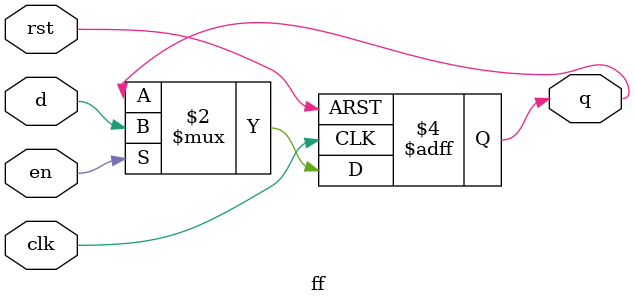
<source format=v>
`timescale 1ns / 1ps
module ff(
    input clk,
    input rst,
    input d,
    input en,
    output reg q
    );
	always @(posedge clk or posedge rst)
      if (rst) begin
         q <= 1'b0;
      end else if (en) begin
         q <= d;
      end
endmodule

</source>
